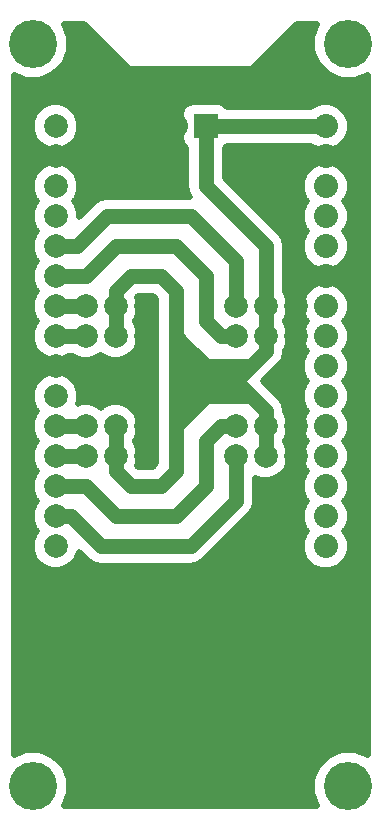
<source format=gbr>
G04 #@! TF.FileFunction,Copper,L2,Bot,Signal*
%FSLAX46Y46*%
G04 Gerber Fmt 4.6, Leading zero omitted, Abs format (unit mm)*
G04 Created by KiCad (PCBNEW 4.0.4+dfsg1-stable) date Wed Jan 11 18:43:51 2017*
%MOMM*%
%LPD*%
G01*
G04 APERTURE LIST*
%ADD10C,0.100000*%
%ADD11C,2.000000*%
%ADD12C,2.032000*%
%ADD13R,2.032000X2.032000*%
%ADD14O,2.032000X2.032000*%
%ADD15C,4.064000*%
%ADD16C,1.270000*%
%ADD17C,0.500000*%
G04 APERTURE END LIST*
D10*
D11*
X87630000Y-77470000D03*
X87630000Y-74930000D03*
X90170000Y-77470000D03*
X90170000Y-74930000D03*
X92710000Y-77470000D03*
X92710000Y-74930000D03*
X100330000Y-77470000D03*
X100330000Y-74930000D03*
X102870000Y-77470000D03*
X102870000Y-74930000D03*
X105410000Y-77470000D03*
X105410000Y-74930000D03*
X100330000Y-87630000D03*
X100330000Y-85090000D03*
X102870000Y-87630000D03*
X102870000Y-85090000D03*
X105410000Y-87630000D03*
X105410000Y-85090000D03*
X85090000Y-59690000D03*
X85090000Y-62230000D03*
X85090000Y-64770000D03*
X85090000Y-67310000D03*
X85090000Y-69850000D03*
X85090000Y-72390000D03*
X85090000Y-74930000D03*
X85090000Y-77470000D03*
X85090000Y-80010000D03*
X85090000Y-82550000D03*
X85090000Y-85090000D03*
X85090000Y-87630000D03*
X85090000Y-90170000D03*
X85090000Y-92710000D03*
X85090000Y-95250000D03*
D12*
X107950000Y-95250000D03*
X107950000Y-92710000D03*
X107950000Y-90170000D03*
X107950000Y-87630000D03*
X107950000Y-85090000D03*
X107950000Y-82550000D03*
X107950000Y-80010000D03*
X107950000Y-77470000D03*
X107950000Y-74930000D03*
X107950000Y-72390000D03*
X107950000Y-69850000D03*
X107950000Y-67310000D03*
X107950000Y-64770000D03*
X107950000Y-62230000D03*
X107950000Y-59690000D03*
D13*
X97790000Y-59690000D03*
D14*
X95250000Y-59690000D03*
D11*
X87630000Y-87630000D03*
X87630000Y-85090000D03*
X90170000Y-87630000D03*
X90170000Y-85090000D03*
X92710000Y-87630000D03*
X92710000Y-85090000D03*
D15*
X109855000Y-52705000D03*
X83185000Y-52705000D03*
X83185000Y-115570000D03*
X109855000Y-115570000D03*
D16*
X85090000Y-69850000D02*
X86937104Y-69850000D01*
X100330000Y-71120000D02*
X100330000Y-74930000D01*
X96520000Y-67310000D02*
X100330000Y-71120000D01*
X89477104Y-67310000D02*
X96520000Y-67310000D01*
X86937104Y-69850000D02*
X89477104Y-67310000D01*
X85090000Y-72390000D02*
X87630000Y-72390000D01*
X99060000Y-77470000D02*
X100330000Y-77470000D01*
X97790000Y-76200000D02*
X99060000Y-77470000D01*
X97790000Y-72390000D02*
X97790000Y-76200000D01*
X95250000Y-69850000D02*
X97790000Y-72390000D01*
X90170000Y-69850000D02*
X95250000Y-69850000D01*
X87630000Y-72390000D02*
X90170000Y-69850000D01*
X85090000Y-74930000D02*
X87630000Y-74930000D01*
X85090000Y-77470000D02*
X87630000Y-77470000D01*
X85090000Y-85090000D02*
X87630000Y-85090000D01*
X85090000Y-87630000D02*
X87630000Y-87630000D01*
X85090000Y-90170000D02*
X87630000Y-90170000D01*
X99060000Y-85090000D02*
X100330000Y-85090000D01*
X97790000Y-86360000D02*
X99060000Y-85090000D01*
X97790000Y-90170000D02*
X97790000Y-86360000D01*
X95250000Y-92710000D02*
X97790000Y-90170000D01*
X90170000Y-92710000D02*
X95250000Y-92710000D01*
X87630000Y-90170000D02*
X90170000Y-92710000D01*
X85090000Y-92710000D02*
X86360000Y-92710000D01*
X100330000Y-91440000D02*
X100330000Y-87630000D01*
X96520000Y-95250000D02*
X100330000Y-91440000D01*
X88900000Y-95250000D02*
X96520000Y-95250000D01*
X86360000Y-92710000D02*
X88900000Y-95250000D01*
X95885000Y-81915000D02*
X99695000Y-81915000D01*
X99695000Y-81915000D02*
X100330000Y-81280000D01*
X95885000Y-78105000D02*
X95885000Y-81915000D01*
X95885000Y-81915000D02*
X95885000Y-84455000D01*
X95885000Y-84455000D02*
X95885000Y-83820000D01*
X95885000Y-83820000D02*
X95885000Y-84455000D01*
X97790000Y-82550000D02*
X95885000Y-84455000D01*
X95885000Y-84455000D02*
X95250000Y-85090000D01*
X97790000Y-80010000D02*
X95885000Y-78105000D01*
X95885000Y-78105000D02*
X95250000Y-77470000D01*
X95250000Y-81280000D02*
X100330000Y-81280000D01*
X95250000Y-80010000D02*
X97790000Y-80010000D01*
X97790000Y-80010000D02*
X101600000Y-80010000D01*
X95250000Y-82550000D02*
X97790000Y-82550000D01*
X97790000Y-82550000D02*
X101600000Y-82550000D01*
X97790000Y-59690000D02*
X107950000Y-59690000D01*
X100330000Y-81280000D02*
X101600000Y-82550000D01*
X101600000Y-82550000D02*
X102870000Y-83820000D01*
X102870000Y-83820000D02*
X102870000Y-85090000D01*
X102870000Y-78740000D02*
X102870000Y-77470000D01*
X101600000Y-80010000D02*
X102870000Y-78740000D01*
X100330000Y-81280000D02*
X101600000Y-80010000D01*
X97790000Y-59690000D02*
X97790000Y-64770000D01*
X102870000Y-69850000D02*
X102870000Y-74930000D01*
X97790000Y-64770000D02*
X102870000Y-69850000D01*
X102870000Y-77470000D02*
X102870000Y-74930000D01*
X102870000Y-87630000D02*
X102870000Y-85090000D01*
X90170000Y-85090000D02*
X90170000Y-87630000D01*
X90170000Y-74930000D02*
X90170000Y-77470000D01*
X90170000Y-74930000D02*
X90170000Y-73660000D01*
X95250000Y-73660000D02*
X95250000Y-77470000D01*
X93980000Y-72390000D02*
X95250000Y-73660000D01*
X91440000Y-72390000D02*
X93980000Y-72390000D01*
X90170000Y-73660000D02*
X91440000Y-72390000D01*
X95250000Y-77470000D02*
X95250000Y-80010000D01*
X95250000Y-80010000D02*
X95250000Y-81280000D01*
X90170000Y-88900000D02*
X90170000Y-87630000D01*
X95250000Y-85090000D02*
X95250000Y-88900000D01*
X91440000Y-90170000D02*
X90170000Y-88900000D01*
X93980000Y-90170000D02*
X91440000Y-90170000D01*
X95250000Y-88900000D02*
X93980000Y-90170000D01*
X95250000Y-81280000D02*
X95250000Y-82550000D01*
X95250000Y-82550000D02*
X95250000Y-85090000D01*
D17*
G36*
X91263223Y-54786777D02*
X91345927Y-54841625D01*
X91440000Y-54860000D01*
X101600000Y-54860000D01*
X101697264Y-54840304D01*
X101776777Y-54786777D01*
X105513554Y-51050000D01*
X107246222Y-51050000D01*
X106811530Y-52096855D01*
X106810473Y-53307833D01*
X107272918Y-54427035D01*
X108128461Y-55284072D01*
X109246855Y-55748470D01*
X110457833Y-55749527D01*
X111510000Y-55314780D01*
X111510000Y-112961222D01*
X110463145Y-112526530D01*
X109252167Y-112525473D01*
X108132965Y-112987918D01*
X107275928Y-113843461D01*
X106811530Y-114961855D01*
X106810473Y-116172833D01*
X107245220Y-117225000D01*
X85793778Y-117225000D01*
X86228470Y-116178145D01*
X86229527Y-114967167D01*
X85767082Y-113847965D01*
X84911539Y-112990928D01*
X83793145Y-112526530D01*
X82582167Y-112525473D01*
X81530000Y-112960220D01*
X81530000Y-65168456D01*
X83077652Y-65168456D01*
X83383315Y-65908217D01*
X83514602Y-66039733D01*
X83385304Y-66168806D01*
X83078350Y-66908033D01*
X83077652Y-67708456D01*
X83383315Y-68448217D01*
X83514602Y-68579733D01*
X83385304Y-68708806D01*
X83078350Y-69448033D01*
X83077652Y-70248456D01*
X83383315Y-70988217D01*
X83514602Y-71119733D01*
X83385304Y-71248806D01*
X83078350Y-71988033D01*
X83077652Y-72788456D01*
X83383315Y-73528217D01*
X83514602Y-73659733D01*
X83385304Y-73788806D01*
X83078350Y-74528033D01*
X83077652Y-75328456D01*
X83383315Y-76068217D01*
X83514602Y-76199733D01*
X83385304Y-76328806D01*
X83078350Y-77068033D01*
X83077652Y-77868456D01*
X83383315Y-78608217D01*
X83948806Y-79174696D01*
X84688033Y-79481650D01*
X85488456Y-79482348D01*
X86228217Y-79176685D01*
X86288006Y-79117000D01*
X86431211Y-79117000D01*
X86488806Y-79174696D01*
X87228033Y-79481650D01*
X88028456Y-79482348D01*
X88768217Y-79176685D01*
X88899733Y-79045398D01*
X89028806Y-79174696D01*
X89768033Y-79481650D01*
X90568456Y-79482348D01*
X91308217Y-79176685D01*
X91874696Y-78611194D01*
X92181650Y-77871967D01*
X92182348Y-77071544D01*
X91876685Y-76331783D01*
X91817000Y-76271994D01*
X91817000Y-76128789D01*
X91874696Y-76071194D01*
X92181650Y-75331967D01*
X92182348Y-74531544D01*
X92020169Y-74139041D01*
X92122210Y-74037000D01*
X93297790Y-74037000D01*
X93603000Y-74342210D01*
X93603000Y-88217790D01*
X93297790Y-88523000D01*
X92122210Y-88523000D01*
X92020139Y-88420929D01*
X92181650Y-88031967D01*
X92182348Y-87231544D01*
X91876685Y-86491783D01*
X91817000Y-86431994D01*
X91817000Y-86288789D01*
X91874696Y-86231194D01*
X92181650Y-85491967D01*
X92182348Y-84691544D01*
X91876685Y-83951783D01*
X91311194Y-83385304D01*
X90571967Y-83078350D01*
X89771544Y-83077652D01*
X89031783Y-83383315D01*
X88900267Y-83514602D01*
X88771194Y-83385304D01*
X88031967Y-83078350D01*
X87231544Y-83077652D01*
X87011751Y-83168469D01*
X87101650Y-82951967D01*
X87102348Y-82151544D01*
X86796685Y-81411783D01*
X86231194Y-80845304D01*
X85491967Y-80538350D01*
X84691544Y-80537652D01*
X83951783Y-80843315D01*
X83385304Y-81408806D01*
X83078350Y-82148033D01*
X83077652Y-82948456D01*
X83383315Y-83688217D01*
X83514602Y-83819733D01*
X83385304Y-83948806D01*
X83078350Y-84688033D01*
X83077652Y-85488456D01*
X83383315Y-86228217D01*
X83514602Y-86359733D01*
X83385304Y-86488806D01*
X83078350Y-87228033D01*
X83077652Y-88028456D01*
X83383315Y-88768217D01*
X83514602Y-88899733D01*
X83385304Y-89028806D01*
X83078350Y-89768033D01*
X83077652Y-90568456D01*
X83383315Y-91308217D01*
X83514602Y-91439733D01*
X83385304Y-91568806D01*
X83078350Y-92308033D01*
X83077652Y-93108456D01*
X83383315Y-93848217D01*
X83514602Y-93979733D01*
X83385304Y-94108806D01*
X83078350Y-94848033D01*
X83077652Y-95648456D01*
X83383315Y-96388217D01*
X83948806Y-96954696D01*
X84688033Y-97261650D01*
X85488456Y-97262348D01*
X86228217Y-96956685D01*
X86794696Y-96391194D01*
X87063832Y-95743042D01*
X87735395Y-96414605D01*
X88269720Y-96771630D01*
X88900000Y-96897000D01*
X96520000Y-96897000D01*
X97150280Y-96771630D01*
X97684605Y-96414605D01*
X101494605Y-92604605D01*
X101694904Y-92304836D01*
X101851630Y-92070280D01*
X101977000Y-91440000D01*
X101977000Y-89437755D01*
X102468033Y-89641650D01*
X103268456Y-89642348D01*
X104008217Y-89336685D01*
X104574696Y-88771194D01*
X104881650Y-88031967D01*
X104882348Y-87231544D01*
X104576685Y-86491783D01*
X104517000Y-86431994D01*
X104517000Y-86288789D01*
X104574696Y-86231194D01*
X104881650Y-85491967D01*
X104882348Y-84691544D01*
X104576685Y-83951783D01*
X104517000Y-83891994D01*
X104517000Y-83820000D01*
X104391630Y-83189720D01*
X104034605Y-82655395D01*
X102659210Y-81280000D01*
X104034605Y-79904605D01*
X104391630Y-79370280D01*
X104517000Y-78740000D01*
X104517000Y-78668789D01*
X104574696Y-78611194D01*
X104881650Y-77871967D01*
X104882348Y-77071544D01*
X104576685Y-76331783D01*
X104517000Y-76271994D01*
X104517000Y-76128789D01*
X104574696Y-76071194D01*
X104881650Y-75331967D01*
X104881650Y-75331624D01*
X105921649Y-75331624D01*
X106229743Y-76077269D01*
X106351974Y-76199714D01*
X106231748Y-76319730D01*
X105922353Y-77064836D01*
X105921649Y-77871624D01*
X106229743Y-78617269D01*
X106351974Y-78739714D01*
X106231748Y-78859730D01*
X105922353Y-79604836D01*
X105921649Y-80411624D01*
X106229743Y-81157269D01*
X106351974Y-81279714D01*
X106231748Y-81399730D01*
X105922353Y-82144836D01*
X105921649Y-82951624D01*
X106229743Y-83697269D01*
X106351974Y-83819714D01*
X106231748Y-83939730D01*
X105922353Y-84684836D01*
X105921649Y-85491624D01*
X106229743Y-86237269D01*
X106351974Y-86359714D01*
X106231748Y-86479730D01*
X105922353Y-87224836D01*
X105921649Y-88031624D01*
X106229743Y-88777269D01*
X106351974Y-88899714D01*
X106231748Y-89019730D01*
X105922353Y-89764836D01*
X105921649Y-90571624D01*
X106229743Y-91317269D01*
X106351974Y-91439714D01*
X106231748Y-91559730D01*
X105922353Y-92304836D01*
X105921649Y-93111624D01*
X106229743Y-93857269D01*
X106351974Y-93979714D01*
X106231748Y-94099730D01*
X105922353Y-94844836D01*
X105921649Y-95651624D01*
X106229743Y-96397269D01*
X106799730Y-96968252D01*
X107544836Y-97277647D01*
X108351624Y-97278351D01*
X109097269Y-96970257D01*
X109668252Y-96400270D01*
X109977647Y-95655164D01*
X109978351Y-94848376D01*
X109670257Y-94102731D01*
X109548026Y-93980286D01*
X109668252Y-93860270D01*
X109977647Y-93115164D01*
X109978351Y-92308376D01*
X109670257Y-91562731D01*
X109548026Y-91440286D01*
X109668252Y-91320270D01*
X109977647Y-90575164D01*
X109978351Y-89768376D01*
X109670257Y-89022731D01*
X109548026Y-88900286D01*
X109668252Y-88780270D01*
X109977647Y-88035164D01*
X109978351Y-87228376D01*
X109670257Y-86482731D01*
X109548026Y-86360286D01*
X109668252Y-86240270D01*
X109977647Y-85495164D01*
X109978351Y-84688376D01*
X109670257Y-83942731D01*
X109548026Y-83820286D01*
X109668252Y-83700270D01*
X109977647Y-82955164D01*
X109978351Y-82148376D01*
X109670257Y-81402731D01*
X109548026Y-81280286D01*
X109668252Y-81160270D01*
X109977647Y-80415164D01*
X109978351Y-79608376D01*
X109670257Y-78862731D01*
X109548026Y-78740286D01*
X109668252Y-78620270D01*
X109977647Y-77875164D01*
X109978351Y-77068376D01*
X109670257Y-76322731D01*
X109548026Y-76200286D01*
X109668252Y-76080270D01*
X109977647Y-75335164D01*
X109978351Y-74528376D01*
X109670257Y-73782731D01*
X109100270Y-73211748D01*
X108355164Y-72902353D01*
X107548376Y-72901649D01*
X106802731Y-73209743D01*
X106231748Y-73779730D01*
X105922353Y-74524836D01*
X105921649Y-75331624D01*
X104881650Y-75331624D01*
X104882348Y-74531544D01*
X104576685Y-73791783D01*
X104517000Y-73731994D01*
X104517000Y-69850000D01*
X104391630Y-69219720D01*
X104034605Y-68685395D01*
X100520834Y-65171624D01*
X105921649Y-65171624D01*
X106229743Y-65917269D01*
X106351974Y-66039714D01*
X106231748Y-66159730D01*
X105922353Y-66904836D01*
X105921649Y-67711624D01*
X106229743Y-68457269D01*
X106351974Y-68579714D01*
X106231748Y-68699730D01*
X105922353Y-69444836D01*
X105921649Y-70251624D01*
X106229743Y-70997269D01*
X106799730Y-71568252D01*
X107544836Y-71877647D01*
X108351624Y-71878351D01*
X109097269Y-71570257D01*
X109668252Y-71000270D01*
X109977647Y-70255164D01*
X109978351Y-69448376D01*
X109670257Y-68702731D01*
X109548026Y-68580286D01*
X109668252Y-68460270D01*
X109977647Y-67715164D01*
X109978351Y-66908376D01*
X109670257Y-66162731D01*
X109548026Y-66040286D01*
X109668252Y-65920270D01*
X109977647Y-65175164D01*
X109978351Y-64368376D01*
X109670257Y-63622731D01*
X109100270Y-63051748D01*
X108355164Y-62742353D01*
X107548376Y-62741649D01*
X106802731Y-63049743D01*
X106231748Y-63619730D01*
X105922353Y-64364836D01*
X105921649Y-65171624D01*
X100520834Y-65171624D01*
X99437000Y-64087790D01*
X99437000Y-61502545D01*
X99525462Y-61445621D01*
X99599680Y-61337000D01*
X106728602Y-61337000D01*
X106799730Y-61408252D01*
X107544836Y-61717647D01*
X108351624Y-61718351D01*
X109097269Y-61410257D01*
X109668252Y-60840270D01*
X109977647Y-60095164D01*
X109978351Y-59288376D01*
X109670257Y-58542731D01*
X109100270Y-57971748D01*
X108355164Y-57662353D01*
X107548376Y-57661649D01*
X106802731Y-57969743D01*
X106729346Y-58043000D01*
X99602545Y-58043000D01*
X99545621Y-57954538D01*
X99207438Y-57723467D01*
X98806000Y-57642174D01*
X96774000Y-57642174D01*
X96398975Y-57712740D01*
X96054538Y-57934379D01*
X95823467Y-58272562D01*
X95742174Y-58674000D01*
X95742174Y-60706000D01*
X95812740Y-61081025D01*
X96034379Y-61425462D01*
X96143000Y-61499680D01*
X96143000Y-64770000D01*
X96268370Y-65400280D01*
X96443914Y-65663000D01*
X89477104Y-65663000D01*
X88846824Y-65788370D01*
X88312499Y-66145395D01*
X87101960Y-67355934D01*
X87102348Y-66911544D01*
X86796685Y-66171783D01*
X86665398Y-66040267D01*
X86794696Y-65911194D01*
X87101650Y-65171967D01*
X87102348Y-64371544D01*
X86796685Y-63631783D01*
X86231194Y-63065304D01*
X85491967Y-62758350D01*
X84691544Y-62757652D01*
X83951783Y-63063315D01*
X83385304Y-63628806D01*
X83078350Y-64368033D01*
X83077652Y-65168456D01*
X81530000Y-65168456D01*
X81530000Y-60088456D01*
X83077652Y-60088456D01*
X83383315Y-60828217D01*
X83948806Y-61394696D01*
X84688033Y-61701650D01*
X85488456Y-61702348D01*
X86228217Y-61396685D01*
X86794696Y-60831194D01*
X87101650Y-60091967D01*
X87102348Y-59291544D01*
X86796685Y-58551783D01*
X86231194Y-57985304D01*
X85491967Y-57678350D01*
X84691544Y-57677652D01*
X83951783Y-57983315D01*
X83385304Y-58548806D01*
X83078350Y-59288033D01*
X83077652Y-60088456D01*
X81530000Y-60088456D01*
X81530000Y-55313778D01*
X82576855Y-55748470D01*
X83787833Y-55749527D01*
X84907035Y-55287082D01*
X85764072Y-54431539D01*
X86228470Y-53313145D01*
X86229527Y-52102167D01*
X85794780Y-51050000D01*
X87526446Y-51050000D01*
X91263223Y-54786777D01*
X91263223Y-54786777D01*
G37*
X91263223Y-54786777D02*
X91345927Y-54841625D01*
X91440000Y-54860000D01*
X101600000Y-54860000D01*
X101697264Y-54840304D01*
X101776777Y-54786777D01*
X105513554Y-51050000D01*
X107246222Y-51050000D01*
X106811530Y-52096855D01*
X106810473Y-53307833D01*
X107272918Y-54427035D01*
X108128461Y-55284072D01*
X109246855Y-55748470D01*
X110457833Y-55749527D01*
X111510000Y-55314780D01*
X111510000Y-112961222D01*
X110463145Y-112526530D01*
X109252167Y-112525473D01*
X108132965Y-112987918D01*
X107275928Y-113843461D01*
X106811530Y-114961855D01*
X106810473Y-116172833D01*
X107245220Y-117225000D01*
X85793778Y-117225000D01*
X86228470Y-116178145D01*
X86229527Y-114967167D01*
X85767082Y-113847965D01*
X84911539Y-112990928D01*
X83793145Y-112526530D01*
X82582167Y-112525473D01*
X81530000Y-112960220D01*
X81530000Y-65168456D01*
X83077652Y-65168456D01*
X83383315Y-65908217D01*
X83514602Y-66039733D01*
X83385304Y-66168806D01*
X83078350Y-66908033D01*
X83077652Y-67708456D01*
X83383315Y-68448217D01*
X83514602Y-68579733D01*
X83385304Y-68708806D01*
X83078350Y-69448033D01*
X83077652Y-70248456D01*
X83383315Y-70988217D01*
X83514602Y-71119733D01*
X83385304Y-71248806D01*
X83078350Y-71988033D01*
X83077652Y-72788456D01*
X83383315Y-73528217D01*
X83514602Y-73659733D01*
X83385304Y-73788806D01*
X83078350Y-74528033D01*
X83077652Y-75328456D01*
X83383315Y-76068217D01*
X83514602Y-76199733D01*
X83385304Y-76328806D01*
X83078350Y-77068033D01*
X83077652Y-77868456D01*
X83383315Y-78608217D01*
X83948806Y-79174696D01*
X84688033Y-79481650D01*
X85488456Y-79482348D01*
X86228217Y-79176685D01*
X86288006Y-79117000D01*
X86431211Y-79117000D01*
X86488806Y-79174696D01*
X87228033Y-79481650D01*
X88028456Y-79482348D01*
X88768217Y-79176685D01*
X88899733Y-79045398D01*
X89028806Y-79174696D01*
X89768033Y-79481650D01*
X90568456Y-79482348D01*
X91308217Y-79176685D01*
X91874696Y-78611194D01*
X92181650Y-77871967D01*
X92182348Y-77071544D01*
X91876685Y-76331783D01*
X91817000Y-76271994D01*
X91817000Y-76128789D01*
X91874696Y-76071194D01*
X92181650Y-75331967D01*
X92182348Y-74531544D01*
X92020169Y-74139041D01*
X92122210Y-74037000D01*
X93297790Y-74037000D01*
X93603000Y-74342210D01*
X93603000Y-88217790D01*
X93297790Y-88523000D01*
X92122210Y-88523000D01*
X92020139Y-88420929D01*
X92181650Y-88031967D01*
X92182348Y-87231544D01*
X91876685Y-86491783D01*
X91817000Y-86431994D01*
X91817000Y-86288789D01*
X91874696Y-86231194D01*
X92181650Y-85491967D01*
X92182348Y-84691544D01*
X91876685Y-83951783D01*
X91311194Y-83385304D01*
X90571967Y-83078350D01*
X89771544Y-83077652D01*
X89031783Y-83383315D01*
X88900267Y-83514602D01*
X88771194Y-83385304D01*
X88031967Y-83078350D01*
X87231544Y-83077652D01*
X87011751Y-83168469D01*
X87101650Y-82951967D01*
X87102348Y-82151544D01*
X86796685Y-81411783D01*
X86231194Y-80845304D01*
X85491967Y-80538350D01*
X84691544Y-80537652D01*
X83951783Y-80843315D01*
X83385304Y-81408806D01*
X83078350Y-82148033D01*
X83077652Y-82948456D01*
X83383315Y-83688217D01*
X83514602Y-83819733D01*
X83385304Y-83948806D01*
X83078350Y-84688033D01*
X83077652Y-85488456D01*
X83383315Y-86228217D01*
X83514602Y-86359733D01*
X83385304Y-86488806D01*
X83078350Y-87228033D01*
X83077652Y-88028456D01*
X83383315Y-88768217D01*
X83514602Y-88899733D01*
X83385304Y-89028806D01*
X83078350Y-89768033D01*
X83077652Y-90568456D01*
X83383315Y-91308217D01*
X83514602Y-91439733D01*
X83385304Y-91568806D01*
X83078350Y-92308033D01*
X83077652Y-93108456D01*
X83383315Y-93848217D01*
X83514602Y-93979733D01*
X83385304Y-94108806D01*
X83078350Y-94848033D01*
X83077652Y-95648456D01*
X83383315Y-96388217D01*
X83948806Y-96954696D01*
X84688033Y-97261650D01*
X85488456Y-97262348D01*
X86228217Y-96956685D01*
X86794696Y-96391194D01*
X87063832Y-95743042D01*
X87735395Y-96414605D01*
X88269720Y-96771630D01*
X88900000Y-96897000D01*
X96520000Y-96897000D01*
X97150280Y-96771630D01*
X97684605Y-96414605D01*
X101494605Y-92604605D01*
X101694904Y-92304836D01*
X101851630Y-92070280D01*
X101977000Y-91440000D01*
X101977000Y-89437755D01*
X102468033Y-89641650D01*
X103268456Y-89642348D01*
X104008217Y-89336685D01*
X104574696Y-88771194D01*
X104881650Y-88031967D01*
X104882348Y-87231544D01*
X104576685Y-86491783D01*
X104517000Y-86431994D01*
X104517000Y-86288789D01*
X104574696Y-86231194D01*
X104881650Y-85491967D01*
X104882348Y-84691544D01*
X104576685Y-83951783D01*
X104517000Y-83891994D01*
X104517000Y-83820000D01*
X104391630Y-83189720D01*
X104034605Y-82655395D01*
X102659210Y-81280000D01*
X104034605Y-79904605D01*
X104391630Y-79370280D01*
X104517000Y-78740000D01*
X104517000Y-78668789D01*
X104574696Y-78611194D01*
X104881650Y-77871967D01*
X104882348Y-77071544D01*
X104576685Y-76331783D01*
X104517000Y-76271994D01*
X104517000Y-76128789D01*
X104574696Y-76071194D01*
X104881650Y-75331967D01*
X104881650Y-75331624D01*
X105921649Y-75331624D01*
X106229743Y-76077269D01*
X106351974Y-76199714D01*
X106231748Y-76319730D01*
X105922353Y-77064836D01*
X105921649Y-77871624D01*
X106229743Y-78617269D01*
X106351974Y-78739714D01*
X106231748Y-78859730D01*
X105922353Y-79604836D01*
X105921649Y-80411624D01*
X106229743Y-81157269D01*
X106351974Y-81279714D01*
X106231748Y-81399730D01*
X105922353Y-82144836D01*
X105921649Y-82951624D01*
X106229743Y-83697269D01*
X106351974Y-83819714D01*
X106231748Y-83939730D01*
X105922353Y-84684836D01*
X105921649Y-85491624D01*
X106229743Y-86237269D01*
X106351974Y-86359714D01*
X106231748Y-86479730D01*
X105922353Y-87224836D01*
X105921649Y-88031624D01*
X106229743Y-88777269D01*
X106351974Y-88899714D01*
X106231748Y-89019730D01*
X105922353Y-89764836D01*
X105921649Y-90571624D01*
X106229743Y-91317269D01*
X106351974Y-91439714D01*
X106231748Y-91559730D01*
X105922353Y-92304836D01*
X105921649Y-93111624D01*
X106229743Y-93857269D01*
X106351974Y-93979714D01*
X106231748Y-94099730D01*
X105922353Y-94844836D01*
X105921649Y-95651624D01*
X106229743Y-96397269D01*
X106799730Y-96968252D01*
X107544836Y-97277647D01*
X108351624Y-97278351D01*
X109097269Y-96970257D01*
X109668252Y-96400270D01*
X109977647Y-95655164D01*
X109978351Y-94848376D01*
X109670257Y-94102731D01*
X109548026Y-93980286D01*
X109668252Y-93860270D01*
X109977647Y-93115164D01*
X109978351Y-92308376D01*
X109670257Y-91562731D01*
X109548026Y-91440286D01*
X109668252Y-91320270D01*
X109977647Y-90575164D01*
X109978351Y-89768376D01*
X109670257Y-89022731D01*
X109548026Y-88900286D01*
X109668252Y-88780270D01*
X109977647Y-88035164D01*
X109978351Y-87228376D01*
X109670257Y-86482731D01*
X109548026Y-86360286D01*
X109668252Y-86240270D01*
X109977647Y-85495164D01*
X109978351Y-84688376D01*
X109670257Y-83942731D01*
X109548026Y-83820286D01*
X109668252Y-83700270D01*
X109977647Y-82955164D01*
X109978351Y-82148376D01*
X109670257Y-81402731D01*
X109548026Y-81280286D01*
X109668252Y-81160270D01*
X109977647Y-80415164D01*
X109978351Y-79608376D01*
X109670257Y-78862731D01*
X109548026Y-78740286D01*
X109668252Y-78620270D01*
X109977647Y-77875164D01*
X109978351Y-77068376D01*
X109670257Y-76322731D01*
X109548026Y-76200286D01*
X109668252Y-76080270D01*
X109977647Y-75335164D01*
X109978351Y-74528376D01*
X109670257Y-73782731D01*
X109100270Y-73211748D01*
X108355164Y-72902353D01*
X107548376Y-72901649D01*
X106802731Y-73209743D01*
X106231748Y-73779730D01*
X105922353Y-74524836D01*
X105921649Y-75331624D01*
X104881650Y-75331624D01*
X104882348Y-74531544D01*
X104576685Y-73791783D01*
X104517000Y-73731994D01*
X104517000Y-69850000D01*
X104391630Y-69219720D01*
X104034605Y-68685395D01*
X100520834Y-65171624D01*
X105921649Y-65171624D01*
X106229743Y-65917269D01*
X106351974Y-66039714D01*
X106231748Y-66159730D01*
X105922353Y-66904836D01*
X105921649Y-67711624D01*
X106229743Y-68457269D01*
X106351974Y-68579714D01*
X106231748Y-68699730D01*
X105922353Y-69444836D01*
X105921649Y-70251624D01*
X106229743Y-70997269D01*
X106799730Y-71568252D01*
X107544836Y-71877647D01*
X108351624Y-71878351D01*
X109097269Y-71570257D01*
X109668252Y-71000270D01*
X109977647Y-70255164D01*
X109978351Y-69448376D01*
X109670257Y-68702731D01*
X109548026Y-68580286D01*
X109668252Y-68460270D01*
X109977647Y-67715164D01*
X109978351Y-66908376D01*
X109670257Y-66162731D01*
X109548026Y-66040286D01*
X109668252Y-65920270D01*
X109977647Y-65175164D01*
X109978351Y-64368376D01*
X109670257Y-63622731D01*
X109100270Y-63051748D01*
X108355164Y-62742353D01*
X107548376Y-62741649D01*
X106802731Y-63049743D01*
X106231748Y-63619730D01*
X105922353Y-64364836D01*
X105921649Y-65171624D01*
X100520834Y-65171624D01*
X99437000Y-64087790D01*
X99437000Y-61502545D01*
X99525462Y-61445621D01*
X99599680Y-61337000D01*
X106728602Y-61337000D01*
X106799730Y-61408252D01*
X107544836Y-61717647D01*
X108351624Y-61718351D01*
X109097269Y-61410257D01*
X109668252Y-60840270D01*
X109977647Y-60095164D01*
X109978351Y-59288376D01*
X109670257Y-58542731D01*
X109100270Y-57971748D01*
X108355164Y-57662353D01*
X107548376Y-57661649D01*
X106802731Y-57969743D01*
X106729346Y-58043000D01*
X99602545Y-58043000D01*
X99545621Y-57954538D01*
X99207438Y-57723467D01*
X98806000Y-57642174D01*
X96774000Y-57642174D01*
X96398975Y-57712740D01*
X96054538Y-57934379D01*
X95823467Y-58272562D01*
X95742174Y-58674000D01*
X95742174Y-60706000D01*
X95812740Y-61081025D01*
X96034379Y-61425462D01*
X96143000Y-61499680D01*
X96143000Y-64770000D01*
X96268370Y-65400280D01*
X96443914Y-65663000D01*
X89477104Y-65663000D01*
X88846824Y-65788370D01*
X88312499Y-66145395D01*
X87101960Y-67355934D01*
X87102348Y-66911544D01*
X86796685Y-66171783D01*
X86665398Y-66040267D01*
X86794696Y-65911194D01*
X87101650Y-65171967D01*
X87102348Y-64371544D01*
X86796685Y-63631783D01*
X86231194Y-63065304D01*
X85491967Y-62758350D01*
X84691544Y-62757652D01*
X83951783Y-63063315D01*
X83385304Y-63628806D01*
X83078350Y-64368033D01*
X83077652Y-65168456D01*
X81530000Y-65168456D01*
X81530000Y-60088456D01*
X83077652Y-60088456D01*
X83383315Y-60828217D01*
X83948806Y-61394696D01*
X84688033Y-61701650D01*
X85488456Y-61702348D01*
X86228217Y-61396685D01*
X86794696Y-60831194D01*
X87101650Y-60091967D01*
X87102348Y-59291544D01*
X86796685Y-58551783D01*
X86231194Y-57985304D01*
X85491967Y-57678350D01*
X84691544Y-57677652D01*
X83951783Y-57983315D01*
X83385304Y-58548806D01*
X83078350Y-59288033D01*
X83077652Y-60088456D01*
X81530000Y-60088456D01*
X81530000Y-55313778D01*
X82576855Y-55748470D01*
X83787833Y-55749527D01*
X84907035Y-55287082D01*
X85764072Y-54431539D01*
X86228470Y-53313145D01*
X86229527Y-52102167D01*
X85794780Y-51050000D01*
X87526446Y-51050000D01*
X91263223Y-54786777D01*
M02*

</source>
